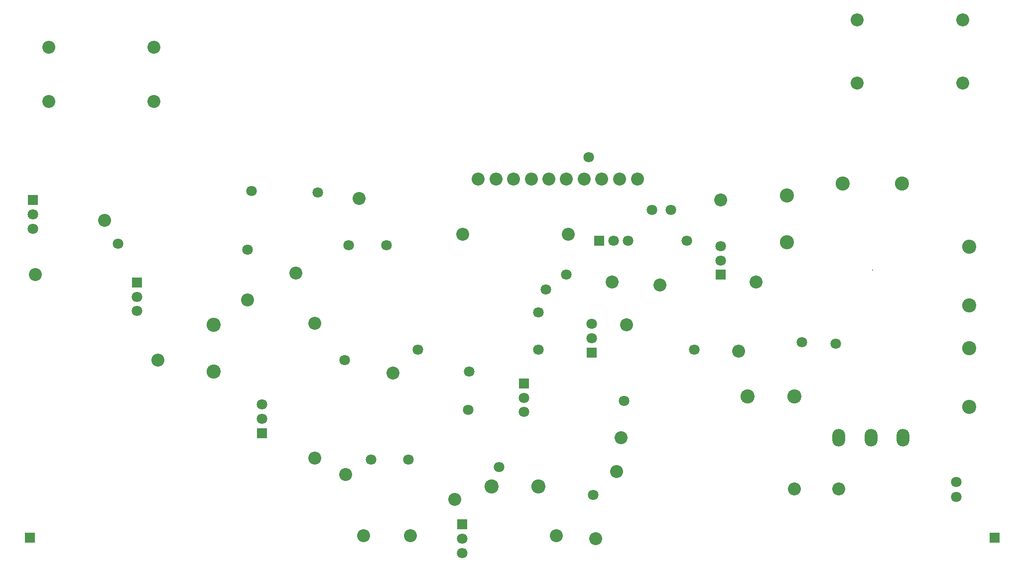
<source format=gbs>
G04 Layer_Color=16711935*
%FSLAX44Y44*%
%MOMM*%
G71*
G01*
G75*
%ADD25C,2.2032*%
%ADD26R,1.8032X1.8032*%
%ADD27C,0.2032*%
%ADD28C,2.4032*%
%ADD29C,1.8032*%
%ADD30R,1.8032X1.8032*%
%ADD31O,2.2032X3.0032*%
D25*
X811440Y591230D02*
D03*
X990510D02*
D03*
X1146304Y505000D02*
D03*
X1065000Y510000D02*
D03*
X1280000Y392500D02*
D03*
X286570Y817500D02*
D03*
X107500Y817500D02*
D03*
X1072500Y187500D02*
D03*
X1037500Y73100D02*
D03*
X692500Y355000D02*
D03*
X560000Y440000D02*
D03*
X970000Y78100D02*
D03*
X445000Y480000D02*
D03*
X560000Y210070D02*
D03*
X1090000Y437500D02*
D03*
X1450400Y157500D02*
D03*
X722500Y78100D02*
D03*
X1310000Y510000D02*
D03*
X202500Y615500D02*
D03*
X1375000Y157500D02*
D03*
X642500Y78100D02*
D03*
X1080000Y245000D02*
D03*
X797500Y140000D02*
D03*
X1250000Y650000D02*
D03*
X292500Y377500D02*
D03*
X85000Y522500D02*
D03*
X107500Y910000D02*
D03*
X286570D02*
D03*
X1661060Y956270D02*
D03*
X1481990D02*
D03*
X837500Y685000D02*
D03*
X867500D02*
D03*
X927500D02*
D03*
X897500D02*
D03*
X1017500D02*
D03*
X1047500D02*
D03*
X987500D02*
D03*
X957500D02*
D03*
X1077500D02*
D03*
X1108010D02*
D03*
X1661060Y848770D02*
D03*
X1481990D02*
D03*
X635000Y652500D02*
D03*
X527500Y525000D02*
D03*
X612500Y182500D02*
D03*
D26*
X1715000Y75000D02*
D03*
X75000D02*
D03*
X1043100Y580000D02*
D03*
D27*
X1507500Y530000D02*
D03*
D28*
X1375000Y315000D02*
D03*
X1295000D02*
D03*
X940000Y162500D02*
D03*
X860000D02*
D03*
X1672500Y297500D02*
D03*
Y397500D02*
D03*
X387500Y437500D02*
D03*
Y357500D02*
D03*
X1672500Y470000D02*
D03*
Y570000D02*
D03*
X1362500Y577500D02*
D03*
Y657500D02*
D03*
X1557500Y677500D02*
D03*
X1457500D02*
D03*
D29*
X810000Y48700D02*
D03*
Y73100D02*
D03*
X1250000Y571300D02*
D03*
Y546900D02*
D03*
X1067500Y580000D02*
D03*
X1091900D02*
D03*
X1030000Y438800D02*
D03*
Y414400D02*
D03*
X915000Y313100D02*
D03*
Y288700D02*
D03*
X470000Y277500D02*
D03*
Y301900D02*
D03*
X257500Y460600D02*
D03*
Y485000D02*
D03*
X80000Y625000D02*
D03*
Y600600D02*
D03*
X940000Y395000D02*
D03*
Y458800D02*
D03*
X1650000Y144600D02*
D03*
Y170000D02*
D03*
X655000Y207500D02*
D03*
X718800D02*
D03*
X681300Y572500D02*
D03*
X617500D02*
D03*
X565000Y662500D02*
D03*
X452500Y665000D02*
D03*
X1025000Y722500D02*
D03*
X1165000Y632500D02*
D03*
X1445000Y405000D02*
D03*
X1387500Y407500D02*
D03*
X1132500Y632500D02*
D03*
X1192500Y580000D02*
D03*
X1205000Y395000D02*
D03*
X987500Y522500D02*
D03*
X1032500Y147500D02*
D03*
X872500Y195000D02*
D03*
X952500Y497500D02*
D03*
X735000Y395000D02*
D03*
X822500Y357500D02*
D03*
X820000Y292500D02*
D03*
X610000Y377500D02*
D03*
X1085000Y307500D02*
D03*
X445000Y565000D02*
D03*
X225000Y575000D02*
D03*
D30*
X810000Y97500D02*
D03*
X1250000Y522500D02*
D03*
X1030000Y390000D02*
D03*
X915000Y337500D02*
D03*
X470000Y253100D02*
D03*
X257500Y509400D02*
D03*
X80000Y649400D02*
D03*
D31*
X1559600Y245000D02*
D03*
X1505000D02*
D03*
X1450400D02*
D03*
M02*

</source>
